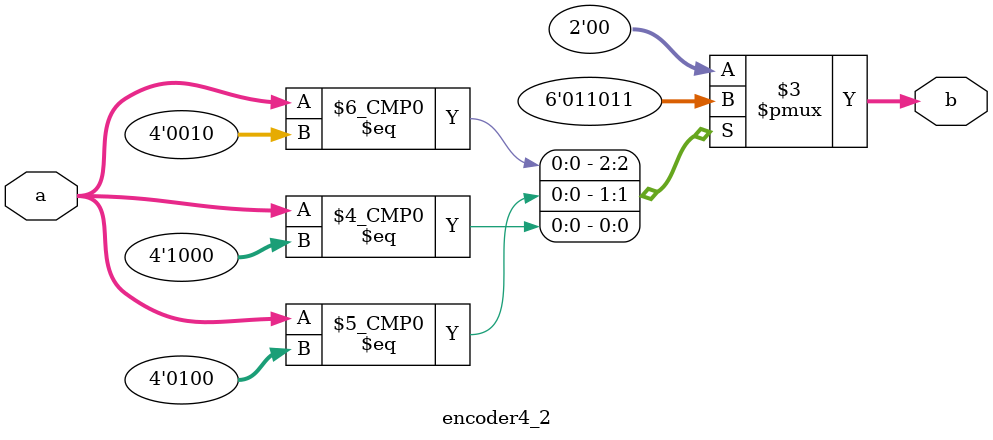
<source format=v>

module encoder4_2 (
input [3:0]a,
output reg [1:0]b);

	always @(*) begin

		case(a)
		4'b0001: b = 2'b00;
        	4'b0010: b = 2'b01;
        	4'b0100: b = 2'b10;
        	4'b1000: b = 2'b11;
		default b = 2'b00;
		endcase
	end

endmodule 
	


</source>
